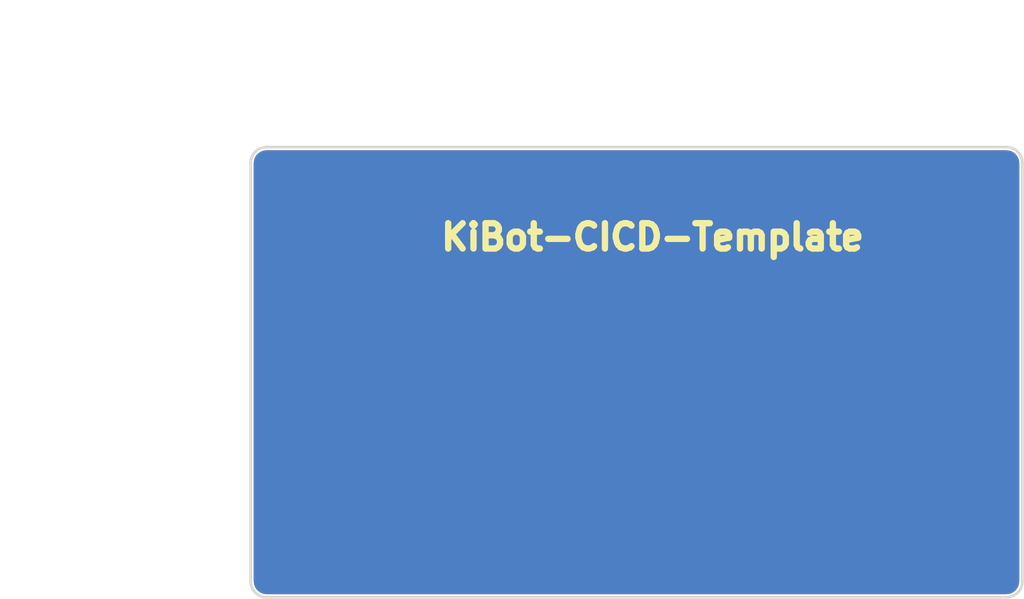
<source format=kicad_pcb>
(kicad_pcb (version 20211014) (generator pcbnew)

  (general
    (thickness 0.8)
  )

  (paper "A4")
  (title_block
    (title "KiBot-CICD-Template")
    (company "@stop_pattern")
  )

  (layers
    (0 "F.Cu" mixed)
    (1 "In1.Cu" signal)
    (2 "In2.Cu" signal)
    (31 "B.Cu" mixed)
    (32 "B.Adhes" user "B.Adhesive")
    (33 "F.Adhes" user "F.Adhesive")
    (34 "B.Paste" user)
    (35 "F.Paste" user)
    (36 "B.SilkS" user "B.Silkscreen")
    (37 "F.SilkS" user "F.Silkscreen")
    (38 "B.Mask" user)
    (39 "F.Mask" user)
    (40 "Dwgs.User" user "User.Drawings")
    (41 "Cmts.User" user "User.Comments")
    (42 "Eco1.User" user "User.Eco1")
    (43 "Eco2.User" user "User.Eco2")
    (44 "Edge.Cuts" user)
    (45 "Margin" user)
    (46 "B.CrtYd" user "B.Courtyard")
    (47 "F.CrtYd" user "F.Courtyard")
    (48 "B.Fab" user)
    (49 "F.Fab" user)
  )

  (setup
    (pad_to_mask_clearance 0)
    (aux_axis_origin 137.16 104.14)
    (grid_origin 137.16 104.14)
    (pcbplotparams
      (layerselection 0x00010fc_ffffffff)
      (disableapertmacros false)
      (usegerberextensions false)
      (usegerberattributes false)
      (usegerberadvancedattributes false)
      (creategerberjobfile false)
      (svguseinch false)
      (svgprecision 6)
      (excludeedgelayer true)
      (plotframeref false)
      (viasonmask false)
      (mode 1)
      (useauxorigin false)
      (hpglpennumber 1)
      (hpglpenspeed 20)
      (hpglpendiameter 15.000000)
      (dxfpolygonmode true)
      (dxfimperialunits true)
      (dxfusepcbnewfont true)
      (psnegative false)
      (psa4output false)
      (plotreference true)
      (plotvalue true)
      (plotinvisibletext false)
      (sketchpadsonfab false)
      (subtractmaskfromsilk false)
      (outputformat 1)
      (mirror false)
      (drillshape 0)
      (scaleselection 1)
      (outputdirectory "gerbers")
    )
  )

  (property "Variable" "")

  (net 0 "")

  (gr_arc (start 137.794999 104.139999) (mid 137.609012 104.589012) (end 137.159999 104.774999) (layer "Edge.Cuts") (width 0.1) (tstamp 00000000-0000-0000-0000-00005e4043c3))
  (gr_arc (start 137.159999 86.994999) (mid 137.609012 87.180986) (end 137.794999 87.629999) (layer "Edge.Cuts") (width 0.1) (tstamp 00000000-0000-0000-0000-00005e4043c6))
  (gr_arc (start 107.314999 87.629999) (mid 107.500986 87.180986) (end 107.949999 86.994999) (layer "Edge.Cuts") (width 0.1) (tstamp 00000000-0000-0000-0000-00005e4043c9))
  (gr_line (start 137.794999 104.139999) (end 137.794999 87.629999) (layer "Edge.Cuts") (width 0.1) (tstamp 00000000-0000-0000-0000-00005e4046f6))
  (gr_line (start 107.314999 87.629999) (end 107.314999 104.139999) (layer "Edge.Cuts") (width 0.1) (tstamp 00000000-0000-0000-0000-00005e404768))
  (gr_arc (start 107.949999 104.774999) (mid 107.500986 104.589012) (end 107.314999 104.139999) (layer "Edge.Cuts") (width 0.1) (tstamp 00000000-0000-0000-0000-00005e4048f9))
  (gr_line (start 137.159999 104.774999) (end 107.949999 104.774999) (layer "Edge.Cuts") (width 0.1) (tstamp 00000000-0000-0000-0000-00005e750007))
  (gr_line (start 107.949999 86.994999) (end 137.159999 86.994999) (layer "Edge.Cuts") (width 0.1) (tstamp 00000000-0000-0000-0000-00005e750586))
  (gr_text "${REVISION}" (at 123.189999 92.328999) (layer "F.SilkS") (tstamp 00000000-0000-0000-0000-0000604c9ab3)
    (effects (font (size 1 1) (thickness 0.25)))
  )
  (gr_text "KiBot-CICD-Template" (at 123.189999 90.550999) (layer "F.SilkS") (tstamp 00000000-0000-0000-0000-000061a68596)
    (effects (font (size 1 1) (thickness 0.25)))
  )
  (dimension (type aligned) (layer "Dwgs.User") (tstamp 97fe2a5c-4eee-4c7a-9c43-47749b396494)
    (pts (xy 108.584999 86.994999) (xy 108.584999 104.774999))
    (height 5.08)
    (gr_text "17.7800 mm" (at 102.354999 95.884999 90) (layer "Dwgs.User") (tstamp 97fe2a5c-4eee-4c7a-9c43-47749b396494)
      (effects (font (size 1 1) (thickness 0.15)))
    )
    (format (units 2) (units_format 1) (precision 4))
    (style (thickness 0.15) (arrow_length 1.27) (text_position_mode 0) (extension_height 0.58642) (extension_offset 0) keep_text_aligned)
  )
  (dimension (type aligned) (layer "Dwgs.User") (tstamp c3c499b1-9227-4e4b-9982-f9f1aa6203b9)
    (pts (xy 107.314999 88.264999) (xy 137.794999 88.264999))
    (height -5.08)
    (gr_text "30.4800 mm" (at 122.554999 82.034999) (layer "Dwgs.User") (tstamp c3c499b1-9227-4e4b-9982-f9f1aa6203b9)
      (effects (font (size 1 1) (thickness 0.15)))
    )
    (format (units 2) (units_format 1) (precision 4))
    (style (thickness 0.15) (arrow_length 1.27) (text_position_mode 0) (extension_height 0.58642) (extension_offset 0) keep_text_aligned)
  )

  (zone (net 0) (net_name "") (layer "F.Cu") (tstamp 00000000-0000-0000-0000-0000604fd022) (hatch edge 0.508)
    (connect_pads (clearance 0.125))
    (min_thickness 0.125) (filled_areas_thickness no)
    (fill yes (thermal_gap 0.2) (thermal_bridge_width 0.3))
    (polygon
      (pts
        (xy 107.314999 86.994999)
        (xy 107.314999 104.774999)
        (xy 137.794999 104.774999)
        (xy 137.794999 86.994999)
      )
    )
    (filled_polygon
      (layer "F.Cu")
      (island)
      (pts
        (xy 137.151294 87.122593)
        (xy 137.159999 87.124926)
        (xy 137.16782 87.12283)
        (xy 137.175919 87.12283)
        (xy 137.175919 87.123659)
        (xy 137.183195 87.123112)
        (xy 137.266487 87.132497)
        (xy 137.279913 87.135561)
        (xy 137.374521 87.168666)
        (xy 137.386929 87.174641)
        (xy 137.471802 87.22797)
        (xy 137.482569 87.236557)
        (xy 137.553444 87.307432)
        (xy 137.56203 87.318199)
        (xy 137.615356 87.403066)
        (xy 137.621331 87.415471)
        (xy 137.644232 87.480915)
        (xy 137.654439 87.510085)
        (xy 137.657503 87.523512)
        (xy 137.666887 87.606799)
        (xy 137.666342 87.614081)
        (xy 137.667168 87.614081)
        (xy 137.667168 87.622177)
        (xy 137.665072 87.629999)
        (xy 137.667405 87.638704)
        (xy 137.669499 87.654616)
        (xy 137.669499 104.115382)
        (xy 137.667405 104.131294)
        (xy 137.665072 104.139999)
        (xy 137.667168 104.14782)
        (xy 137.667168 104.155919)
        (xy 137.666339 104.155919)
        (xy 137.666886 104.163196)
        (xy 137.657501 104.246487)
        (xy 137.654437 104.259913)
        (xy 137.621331 104.354524)
        (xy 137.615355 104.366932)
        (xy 137.562029 104.451799)
        (xy 137.553443 104.462566)
        (xy 137.482566 104.533443)
        (xy 137.471799 104.542029)
        (xy 137.386932 104.595355)
        (xy 137.374524 104.601331)
        (xy 137.279913 104.634437)
        (xy 137.266487 104.637501)
        (xy 137.183195 104.646886)
        (xy 137.175919 104.646339)
        (xy 137.175919 104.647168)
        (xy 137.16782 104.647168)
        (xy 137.159999 104.645072)
        (xy 137.151294 104.647405)
        (xy 137.135382 104.649499)
        (xy 107.974616 104.649499)
        (xy 107.958704 104.647405)
        (xy 107.949999 104.645072)
        (xy 107.942178 104.647168)
        (xy 107.934079 104.647168)
        (xy 107.934079 104.646339)
        (xy 107.926803 104.646886)
        (xy 107.886501 104.642345)
        (xy 107.843514 104.637501)
        (xy 107.830087 104.634437)
        (xy 107.735476 104.60133)
        (xy 107.723069 104.595355)
        (xy 107.638198 104.542028)
        (xy 107.627431 104.533441)
        (xy 107.556558 104.462568)
        (xy 107.547971 104.451801)
        (xy 107.494643 104.366929)
        (xy 107.488668 104.354521)
        (xy 107.455563 104.259912)
        (xy 107.452499 104.246486)
        (xy 107.443114 104.16319)
        (xy 107.443659 104.155918)
        (xy 107.442831 104.155918)
        (xy 107.442831 104.147819)
        (xy 107.444926 104.139999)
        (xy 107.442593 104.131294)
        (xy 107.440499 104.115382)
        (xy 107.440499 87.654616)
        (xy 107.442593 87.638704)
        (xy 107.444926 87.629999)
        (xy 107.44283 87.622178)
        (xy 107.44283 87.614079)
        (xy 107.443659 87.614079)
        (xy 107.443112 87.606802)
        (xy 107.443113 87.606799)
        (xy 107.452497 87.523512)
        (xy 107.455561 87.510087)
        (xy 107.488667 87.415477)
        (xy 107.494642 87.403069)
        (xy 107.54797 87.318197)
        (xy 107.556557 87.30743)
        (xy 107.62743 87.236557)
        (xy 107.638197 87.22797)
        (xy 107.723069 87.174642)
        (xy 107.735477 87.168667)
        (xy 107.830087 87.135561)
        (xy 107.843513 87.132497)
        (xy 107.872483 87.129233)
        (xy 107.926803 87.123112)
        (xy 107.934079 87.123659)
        (xy 107.934079 87.12283)
        (xy 107.942178 87.12283)
        (xy 107.949999 87.124926)
        (xy 107.958704 87.122593)
        (xy 107.974616 87.120499)
        (xy 137.135382 87.120499)
      )
    )
  )
  (zone (net 0) (net_name "") (layer "In1.Cu") (tstamp 443bc73a-8dc0-4e2f-a292-a5eff00efa5b) (hatch edge 0.508)
    (connect_pads (clearance 0.125))
    (min_thickness 0.254) (filled_areas_thickness no)
    (fill yes (thermal_gap 0.508) (thermal_bridge_width 0.508))
    (polygon
      (pts
        (xy 107.314999 86.994999)
        (xy 137.794999 86.994999)
        (xy 137.794999 104.774999)
        (xy 107.314999 104.774999)
      )
    )
    (filled_polygon
      (layer "In1.Cu")
      (island)
      (pts
        (xy 137.127905 87.120633)
        (xy 137.143975 87.120632)
        (xy 137.159999 87.124926)
        (xy 137.166371 87.123218)
        (xy 137.171308 87.124668)
        (xy 137.17163 87.121809)
        (xy 137.25927 87.131684)
        (xy 137.286777 87.137963)
        (xy 137.367662 87.166266)
        (xy 137.393083 87.178508)
        (xy 137.465649 87.224104)
        (xy 137.487708 87.241696)
        (xy 137.548302 87.30229)
        (xy 137.565894 87.324349)
        (xy 137.611491 87.396916)
        (xy 137.623732 87.422333)
        (xy 137.65204 87.50323)
        (xy 137.658316 87.530727)
        (xy 137.66819 87.618363)
        (xy 137.665553 87.61866)
        (xy 137.666853 87.623354)
        (xy 137.665072 87.629999)
        (xy 137.669365 87.646021)
        (xy 137.669365 87.662092)
        (xy 137.669499 87.66311)
        (xy 137.669499 104.106888)
        (xy 137.669365 104.107905)
        (xy 137.669366 104.123975)
        (xy 137.665072 104.139999)
        (xy 137.66678 104.146371)
        (xy 137.66533 104.151308)
        (xy 137.668189 104.15163)
        (xy 137.658314 104.23927)
        (xy 137.652035 104.266777)
        (xy 137.623733 104.34766)
        (xy 137.611491 104.373082)
        (xy 137.565893 104.44565)
        (xy 137.548301 104.467708)
        (xy 137.487708 104.528301)
        (xy 137.465651 104.545892)
        (xy 137.43595 104.564555)
        (xy 137.393082 104.591491)
        (xy 137.36766 104.603733)
        (xy 137.286777 104.632035)
        (xy 137.25927 104.638314)
        (xy 137.17163 104.648189)
        (xy 137.171333 104.645557)
        (xy 137.166646 104.646853)
        (xy 137.159999 104.645072)
        (xy 137.143975 104.649366)
        (xy 137.127905 104.649365)
        (xy 137.126888 104.649499)
        (xy 107.98311 104.649499)
        (xy 107.982093 104.649365)
        (xy 107.966023 104.649366)
        (xy 107.949999 104.645072)
        (xy 107.943627 104.64678)
        (xy 107.93869 104.64533)
        (xy 107.938368 104.648189)
        (xy 107.850731 104.638314)
        (xy 107.823222 104.632035)
        (xy 107.742334 104.60373)
        (xy 107.716916 104.591489)
        (xy 107.674048 104.564554)
        (xy 107.64435 104.545893)
        (xy 107.622292 104.528302)
        (xy 107.561697 104.467707)
        (xy 107.544105 104.445648)
        (xy 107.49851 104.373084)
        (xy 107.48627 104.347668)
        (xy 107.457963 104.266771)
        (xy 107.451686 104.239269)
        (xy 107.446922 104.196991)
        (xy 107.441811 104.151626)
        (xy 107.444439 104.15133)
        (xy 107.443145 104.146647)
        (xy 107.444926 104.139999)
        (xy 107.440633 104.123977)
        (xy 107.440633 104.107906)
        (xy 107.440499 104.106888)
        (xy 107.440499 87.66311)
        (xy 107.440633 87.662093)
        (xy 107.440632 87.646023)
        (xy 107.444926 87.629999)
        (xy 107.443218 87.623627)
        (xy 107.444668 87.61869)
        (xy 107.441809 87.618368)
        (xy 107.451684 87.530731)
        (xy 107.457963 87.503223)
        (xy 107.486268 87.422333)
        (xy 107.49851 87.396913)
        (xy 107.544104 87.32435)
        (xy 107.561696 87.302291)
        (xy 107.622291 87.241696)
        (xy 107.64435 87.224104)
        (xy 107.716913 87.17851)
        (xy 107.742333 87.166268)
        (xy 107.823223 87.137963)
        (xy 107.850731 87.131684)
        (xy 107.938368 87.121809)
        (xy 107.938665 87.124441)
        (xy 107.943352 87.123145)
        (xy 107.949999 87.124926)
        (xy 107.966023 87.120632)
        (xy 107.982093 87.120633)
        (xy 107.98311 87.120499)
        (xy 137.126888 87.120499)
      )
    )
  )
  (zone (net 0) (net_name "") (layer "In2.Cu") (tstamp a25b7e01-1754-4cc9-8a14-3d9c461e5af5) (hatch edge 0.508)
    (connect_pads (clearance 0.125))
    (min_thickness 0.254) (filled_areas_thickness no)
    (fill yes (thermal_gap 0.508) (thermal_bridge_width 0.508))
    (polygon
      (pts
        (xy 107.314999 86.994999)
        (xy 137.794999 86.994999)
        (xy 137.794999 104.774999)
        (xy 107.314999 104.774999)
      )
    )
    (filled_polygon
      (layer "In2.Cu")
      (island)
      (pts
        (xy 137.127905 87.120633)
        (xy 137.143975 87.120632)
        (xy 137.159999 87.124926)
        (xy 137.166371 87.123218)
        (xy 137.171308 87.124668)
        (xy 137.17163 87.121809)
        (xy 137.25927 87.131684)
        (xy 137.286777 87.137963)
        (xy 137.367662 87.166266)
        (xy 137.393083 87.178508)
        (xy 137.465649 87.224104)
        (xy 137.487708 87.241696)
        (xy 137.548302 87.30229)
        (xy 137.565894 87.324349)
        (xy 137.611491 87.396916)
        (xy 137.623732 87.422333)
        (xy 137.65204 87.50323)
        (xy 137.658316 87.530727)
        (xy 137.66819 87.618363)
        (xy 137.665553 87.61866)
        (xy 137.666853 87.623354)
        (xy 137.665072 87.629999)
        (xy 137.669365 87.646021)
        (xy 137.669365 87.662092)
        (xy 137.669499 87.66311)
        (xy 137.669499 104.106888)
        (xy 137.669365 104.107905)
        (xy 137.669366 104.123975)
        (xy 137.665072 104.139999)
        (xy 137.66678 104.146371)
        (xy 137.66533 104.151308)
        (xy 137.668189 104.15163)
        (xy 137.658314 104.23927)
        (xy 137.652035 104.266777)
        (xy 137.623733 104.34766)
        (xy 137.611491 104.373082)
        (xy 137.565893 104.44565)
        (xy 137.548301 104.467708)
        (xy 137.487708 104.528301)
        (xy 137.465651 104.545892)
        (xy 137.43595 104.564555)
        (xy 137.393082 104.591491)
        (xy 137.36766 104.603733)
        (xy 137.286777 104.632035)
        (xy 137.25927 104.638314)
        (xy 137.17163 104.648189)
        (xy 137.171333 104.645557)
        (xy 137.166646 104.646853)
        (xy 137.159999 104.645072)
        (xy 137.143975 104.649366)
        (xy 137.127905 104.649365)
        (xy 137.126888 104.649499)
        (xy 107.98311 104.649499)
        (xy 107.982093 104.649365)
        (xy 107.966023 104.649366)
        (xy 107.949999 104.645072)
        (xy 107.943627 104.64678)
        (xy 107.93869 104.64533)
        (xy 107.938368 104.648189)
        (xy 107.850731 104.638314)
        (xy 107.823222 104.632035)
        (xy 107.742334 104.60373)
        (xy 107.716916 104.591489)
        (xy 107.674048 104.564554)
        (xy 107.64435 104.545893)
        (xy 107.622292 104.528302)
        (xy 107.561697 104.467707)
        (xy 107.544105 104.445648)
        (xy 107.49851 104.373084)
        (xy 107.48627 104.347668)
        (xy 107.457963 104.266771)
        (xy 107.451686 104.239269)
        (xy 107.446922 104.196991)
        (xy 107.441811 104.151626)
        (xy 107.444439 104.15133)
        (xy 107.443145 104.146647)
        (xy 107.444926 104.139999)
        (xy 107.440633 104.123977)
        (xy 107.440633 104.107906)
        (xy 107.440499 104.106888)
        (xy 107.440499 87.66311)
        (xy 107.440633 87.662093)
        (xy 107.440632 87.646023)
        (xy 107.444926 87.629999)
        (xy 107.443218 87.623627)
        (xy 107.444668 87.61869)
        (xy 107.441809 87.618368)
        (xy 107.451684 87.530731)
        (xy 107.457963 87.503223)
        (xy 107.486268 87.422333)
        (xy 107.49851 87.396913)
        (xy 107.544104 87.32435)
        (xy 107.561696 87.302291)
        (xy 107.622291 87.241696)
        (xy 107.64435 87.224104)
        (xy 107.716913 87.17851)
        (xy 107.742333 87.166268)
        (xy 107.823223 87.137963)
        (xy 107.850731 87.131684)
        (xy 107.938368 87.121809)
        (xy 107.938665 87.124441)
        (xy 107.943352 87.123145)
        (xy 107.949999 87.124926)
        (xy 107.966023 87.120632)
        (xy 107.982093 87.120633)
        (xy 107.98311 87.120499)
        (xy 137.126888 87.120499)
      )
    )
  )
  (zone (net 0) (net_name "") (layer "B.Cu") (tstamp 00000000-0000-0000-0000-0000604fd025) (hatch edge 0.508)
    (connect_pads (clearance 0.125))
    (min_thickness 0.125) (filled_areas_thickness no)
    (fill yes (thermal_gap 0.2) (thermal_bridge_width 0.3))
    (polygon
      (pts
        (xy 107.314999 86.994999)
        (xy 107.314999 104.774999)
        (xy 137.794999 104.774999)
        (xy 137.794999 86.994999)
      )
    )
    (filled_polygon
      (layer "B.Cu")
      (island)
      (pts
        (xy 137.151294 87.122593)
        (xy 137.159999 87.124926)
        (xy 137.16782 87.12283)
        (xy 137.175919 87.12283)
        (xy 137.175919 87.123659)
        (xy 137.183195 87.123112)
        (xy 137.266487 87.132497)
        (xy 137.279913 87.135561)
        (xy 137.374521 87.168666)
        (xy 137.386929 87.174641)
        (xy 137.471802 87.22797)
        (xy 137.482569 87.236557)
        (xy 137.553444 87.307432)
        (xy 137.56203 87.318199)
        (xy 137.615356 87.403066)
        (xy 137.621331 87.415471)
        (xy 137.644232 87.480915)
        (xy 137.654439 87.510085)
        (xy 137.657503 87.523512)
        (xy 137.666887 87.606799)
        (xy 137.666342 87.614081)
        (xy 137.667168 87.614081)
        (xy 137.667168 87.622177)
        (xy 137.665072 87.629999)
        (xy 137.667405 87.638704)
        (xy 137.669499 87.654616)
        (xy 137.669499 104.115382)
        (xy 137.667405 104.131294)
        (xy 137.665072 104.139999)
        (xy 137.667168 104.14782)
        (xy 137.667168 104.155919)
        (xy 137.666339 104.155919)
        (xy 137.666886 104.163196)
        (xy 137.657501 104.246487)
        (xy 137.654437 104.259913)
        (xy 137.621331 104.354524)
        (xy 137.615355 104.366932)
        (xy 137.562029 104.451799)
        (xy 137.553443 104.462566)
        (xy 137.482566 104.533443)
        (xy 137.471799 104.542029)
        (xy 137.386932 104.595355)
        (xy 137.374524 104.601331)
        (xy 137.279913 104.634437)
        (xy 137.266487 104.637501)
        (xy 137.183195 104.646886)
        (xy 137.175919 104.646339)
        (xy 137.175919 104.647168)
        (xy 137.16782 104.647168)
        (xy 137.159999 104.645072)
        (xy 137.151294 104.647405)
        (xy 137.135382 104.649499)
        (xy 107.974616 104.649499)
        (xy 107.958704 104.647405)
        (xy 107.949999 104.645072)
        (xy 107.942178 104.647168)
        (xy 107.934079 104.647168)
        (xy 107.934079 104.646339)
        (xy 107.926803 104.646886)
        (xy 107.886501 104.642345)
        (xy 107.843514 104.637501)
        (xy 107.830087 104.634437)
        (xy 107.735476 104.60133)
        (xy 107.723069 104.595355)
        (xy 107.638198 104.542028)
        (xy 107.627431 104.533441)
        (xy 107.556558 104.462568)
        (xy 107.547971 104.451801)
        (xy 107.494643 104.366929)
        (xy 107.488668 104.354521)
        (xy 107.455563 104.259912)
        (xy 107.452499 104.246486)
        (xy 107.443114 104.16319)
        (xy 107.443659 104.155918)
        (xy 107.442831 104.155918)
        (xy 107.442831 104.147819)
        (xy 107.444926 104.139999)
        (xy 107.442593 104.131294)
        (xy 107.440499 104.115382)
        (xy 107.440499 87.654616)
        (xy 107.442593 87.638704)
        (xy 107.444926 87.629999)
        (xy 107.44283 87.622178)
        (xy 107.44283 87.614079)
        (xy 107.443659 87.614079)
        (xy 107.443112 87.606802)
        (xy 107.443113 87.606799)
        (xy 107.452497 87.523512)
        (xy 107.455561 87.510087)
        (xy 107.488667 87.415477)
        (xy 107.494642 87.403069)
        (xy 107.54797 87.318197)
        (xy 107.556557 87.30743)
        (xy 107.62743 87.236557)
        (xy 107.638197 87.22797)
        (xy 107.723069 87.174642)
        (xy 107.735477 87.168667)
        (xy 107.830087 87.135561)
        (xy 107.843513 87.132497)
        (xy 107.872483 87.129233)
        (xy 107.926803 87.123112)
        (xy 107.934079 87.123659)
        (xy 107.934079 87.12283)
        (xy 107.942178 87.12283)
        (xy 107.949999 87.124926)
        (xy 107.958704 87.122593)
        (xy 107.974616 87.120499)
        (xy 137.135382 87.120499)
      )
    )
  )
)

</source>
